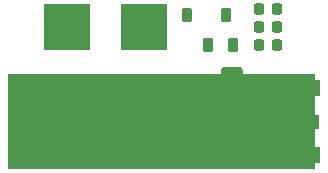
<source format=gbr>
%TF.GenerationSoftware,KiCad,Pcbnew,7.0.1*%
%TF.CreationDate,2023-06-23T15:30:34-04:00*%
%TF.ProjectId,bias-t,62696173-2d74-42e6-9b69-6361645f7063,1*%
%TF.SameCoordinates,Original*%
%TF.FileFunction,Soldermask,Top*%
%TF.FilePolarity,Negative*%
%FSLAX46Y46*%
G04 Gerber Fmt 4.6, Leading zero omitted, Abs format (unit mm)*
G04 Created by KiCad (PCBNEW 7.0.1) date 2023-06-23 15:30:34*
%MOMM*%
%LPD*%
G01*
G04 APERTURE LIST*
G04 Aperture macros list*
%AMRoundRect*
0 Rectangle with rounded corners*
0 $1 Rounding radius*
0 $2 $3 $4 $5 $6 $7 $8 $9 X,Y pos of 4 corners*
0 Add a 4 corners polygon primitive as box body*
4,1,4,$2,$3,$4,$5,$6,$7,$8,$9,$2,$3,0*
0 Add four circle primitives for the rounded corners*
1,1,$1+$1,$2,$3*
1,1,$1+$1,$4,$5*
1,1,$1+$1,$6,$7*
1,1,$1+$1,$8,$9*
0 Add four rect primitives between the rounded corners*
20,1,$1+$1,$2,$3,$4,$5,0*
20,1,$1+$1,$4,$5,$6,$7,0*
20,1,$1+$1,$6,$7,$8,$9,0*
20,1,$1+$1,$8,$9,$2,$3,0*%
G04 Aperture macros list end*
%ADD10RoundRect,0.225000X-0.225000X-0.250000X0.225000X-0.250000X0.225000X0.250000X-0.225000X0.250000X0*%
%ADD11RoundRect,0.225000X0.225000X0.375000X-0.225000X0.375000X-0.225000X-0.375000X0.225000X-0.375000X0*%
%ADD12R,4.000000X4.000000*%
%ADD13RoundRect,0.249600X-0.650400X0.270400X-0.650400X-0.270400X0.650400X-0.270400X0.650400X0.270400X0*%
%ADD14RoundRect,0.152500X-0.470000X0.152500X-0.470000X-0.152500X0.470000X-0.152500X0.470000X0.152500X0*%
%ADD15C,0.610000*%
%ADD16R,3.600000X1.270000*%
%ADD17R,4.200000X1.350000*%
%ADD18RoundRect,0.218750X-0.218750X-0.381250X0.218750X-0.381250X0.218750X0.381250X-0.218750X0.381250X0*%
G04 APERTURE END LIST*
G36*
X110000000Y-115000000D02*
G01*
X136000000Y-115000000D01*
X136000000Y-123000000D01*
X110000000Y-123000000D01*
X110000000Y-115000000D01*
G37*
D10*
%TO.C,C6*%
X131225000Y-111000000D03*
X132775000Y-111000000D03*
%TD*%
%TO.C,C2*%
X131225000Y-109500000D03*
X132775000Y-109500000D03*
%TD*%
D11*
%TO.C,D1*%
X128500000Y-110000000D03*
X125200000Y-110000000D03*
%TD*%
D12*
%TO.C,TP1*%
X121500000Y-111000000D03*
%TD*%
D13*
%TO.C,FL2*%
X129000000Y-114875000D03*
D14*
X128072500Y-116500000D03*
D15*
X127895000Y-116500000D03*
D13*
X129000000Y-118125000D03*
D15*
X130105000Y-116500000D03*
D14*
X129927500Y-116500000D03*
%TD*%
D10*
%TO.C,C1*%
X118450000Y-119000000D03*
X120000000Y-119000000D03*
%TD*%
D16*
%TO.C,J3*%
X111962500Y-119000000D03*
D17*
X112162500Y-116175000D03*
X112162500Y-121825000D03*
%TD*%
D12*
%TO.C,TP2*%
X115000000Y-111000000D03*
%TD*%
D16*
%TO.C,J1*%
X134537500Y-119000000D03*
D17*
X134337500Y-121825000D03*
X134337500Y-116175000D03*
%TD*%
D10*
%TO.C,C7*%
X131225000Y-112500000D03*
X132775000Y-112500000D03*
%TD*%
D18*
%TO.C,FB1*%
X126937500Y-112500000D03*
X129062500Y-112500000D03*
%TD*%
M02*

</source>
